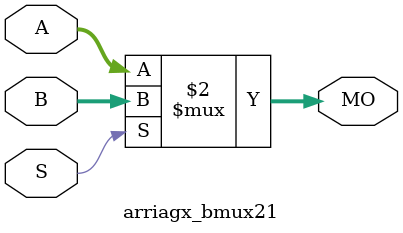
<source format=v>
module arriagx_bmux21 (MO, A, B, S);
   input [15:0] A, B;
   input 	S;
   output [15:0] MO; 
   assign MO = (S == 1) ? B : A; 
endmodule
</source>
